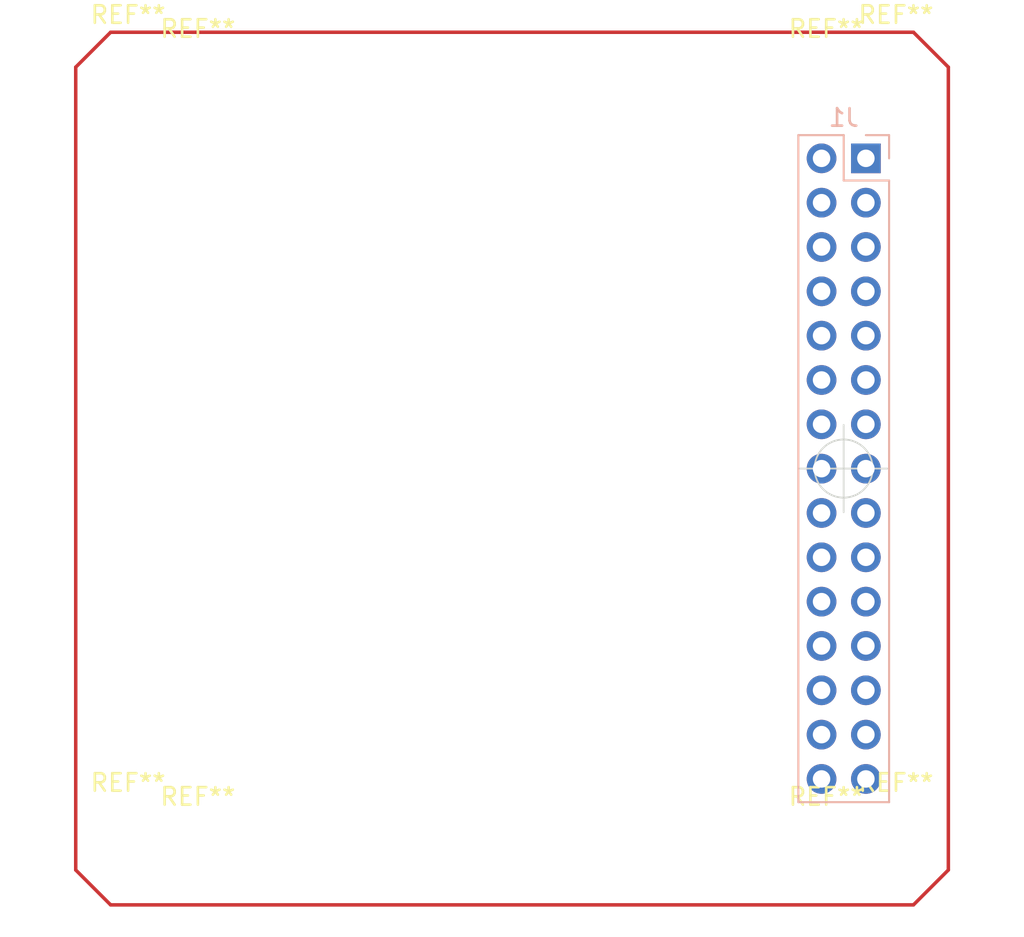
<source format=kicad_pcb>
(kicad_pcb (version 20221232) (generator pcbnew)
  (layers (0 "F.Cu" signal) (31 "B.Cu" signal) (34 "B.Paste" user) (35 "F.Paste" user) (36 "B.SilkS" user "B.Silkscreen") (37 "F.SilkS" user "F.Silkscreen") (38 "B.Mask" user) (39 "F.Mask" user) (44 "Edge.Cuts" user))
  (net 0 "")
  (net 1 "/GPIO35")
  (net 2 "GND")
  (net 3 "/GPIO36")
  (net 4 "/EN")
  (net 5 "/GPIO23")
  (net 6 "/GPIO25")
  (net 7 "/GPIO19")
  (net 8 "/GPIO26")
  (net 9 "/GPIO18")
  (net 10 "+3V3")
  (net 11 "/GPIO3")
  (net 12 "/GPIO1")
  (net 13 "/GPIO16")
  (net 14 "/GPIO17")
  (net 15 "/SDA")
  (net 16 "/SCL")
  (net 17 "/GPIO2")
  (net 18 "/GPIO5")
  (net 19 "/GPIO12")
  (net 20 "/GPIO13")
  (net 21 "/GPIO15")
  (net 22 "/GPIO0")
  (net 23 "+5V")
  (net 24 "/IN+")
  (net 25 "/GPIO34")
  (net 26 "/BAT")
  (footprint "MountingHole:MountingHole_3mm" (layer "F.Cu") (at 147 97)
    (fp_text reference "REF**" (at 0 -4) (layer "F.SilkS"))
    (fp_text value "MountingHole_3mm")
    (pad "" np_thru_hole circle (at 0 0) (size 3 3) (drill 3) (layers *.Cu *.Mask))
  )
  (footprint "MountingHole:MountingHole_3mm" (layer "F.Cu") (at 147 53)
    (fp_text reference "REF**" (at 0 -4) (layer "F.SilkS"))
    (fp_text value "MountingHole_3mm")
    (pad "" np_thru_hole circle (at 0 0) (size 3 3) (drill 3) (layers *.Cu *.Mask))
  )
  (footprint "MountingHole:MountingHole_2mm" (layer "F.Cu") (at 143 53)
    (fp_text reference "REF**" (at 0 -3.2) (layer "F.SilkS"))
    (fp_text value "MountingHole_2mm")
    (pad "" np_thru_hole circle (at 0 0) (size 2 2) (drill 2) (layers *.Cu *.Mask))
  )
  (footprint "MountingHole:MountingHole_3mm" (layer "F.Cu") (at 103 53)
    (fp_text reference "REF**" (at 0 -4) (layer "F.SilkS"))
    (fp_text value "MountingHole_3mm")
    (pad "" np_thru_hole circle (at 0 0) (size 3 3) (drill 3) (layers *.Cu *.Mask))
  )
  (footprint "MountingHole:MountingHole_2mm" (layer "F.Cu") (at 107 97)
    (fp_text reference "REF**" (at 0 -3.2) (layer "F.SilkS"))
    (fp_text value "MountingHole_2mm")
    (pad "" np_thru_hole circle (at 0 0) (size 2 2) (drill 2) (layers *.Cu *.Mask))
  )
  (footprint "MountingHole:MountingHole_2mm" (layer "F.Cu") (at 107 53)
    (fp_text reference "REF**" (at 0 -3.2) (layer "F.SilkS"))
    (fp_text value "MountingHole_2mm")
    (pad "" np_thru_hole circle (at 0 0) (size 2 2) (drill 2) (layers *.Cu *.Mask))
  )
  (footprint "MountingHole:MountingHole_3mm" (layer "F.Cu") (at 103 97)
    (fp_text reference "REF**" (at 0 -4) (layer "F.SilkS"))
    (fp_text value "MountingHole_3mm")
    (pad "" np_thru_hole circle (at 0 0) (size 3 3) (drill 3) (layers *.Cu *.Mask))
  )
  (footprint "MountingHole:MountingHole_2mm" (layer "F.Cu") (at 143 97)
    (fp_text reference "REF**" (at 0 -3.2) (layer "F.SilkS"))
    (fp_text value "MountingHole_2mm")
    (pad "" np_thru_hole circle (at 0 0) (size 2 2) (drill 2) (layers *.Cu *.Mask))
  )
  (footprint "Connector_PinHeader_2.54mm:PinHeader_2x15_P2.54mm_Vertical" (layer "B.Cu") (at 145.275 57.225 180)
    (fp_text reference "J1" (at 1.27 2.33) (layer "B.SilkS") (effects (justify mirror)))
    (fp_text value "Conn_02x15_Odd_Even")
    (fp_line (start -1.33 -36.89) (end 3.87 -36.89) (stroke (width 0.12)) (layer "B.SilkS"))
    (fp_line (start -1.33 -1.27) (end -1.33 -36.89) (stroke (width 0.12)) (layer "B.SilkS"))
    (fp_line (start -1.33 -1.27) (end 1.27 -1.27) (stroke (width 0.12)) (layer "B.SilkS"))
    (fp_line (start -1.33 0) (end -1.33 1.33) (stroke (width 0.12)) (layer "B.SilkS"))
    (fp_line (start -1.33 1.33) (end 0 1.33) (stroke (width 0.12)) (layer "B.SilkS"))
    (fp_line (start 1.27 -1.27) (end 1.27 1.33) (stroke (width 0.12)) (layer "B.SilkS"))
    (fp_line (start 1.27 1.33) (end 3.87 1.33) (stroke (width 0.12)) (layer "B.SilkS"))
    (fp_line (start 3.87 1.33) (end 3.87 -36.89) (stroke (width 0.12)) (layer "B.SilkS"))
    (pad "1" thru_hole rect (at 0 0 180) (size 1.7 1.7) (drill 1) (layers *.Cu *.Mask) (net 2 "GND"))
    (pad "2" thru_hole oval (at 2.54 0 180) (size 1.7 1.7) (drill 1) (layers *.Cu *.Mask) (net 1 "/GPIO35"))
    (pad "3" thru_hole oval (at 0 -2.54 180) (size 1.7 1.7) (drill 1) (layers *.Cu *.Mask) (net 2 "GND"))
    (pad "4" thru_hole oval (at 2.54 -2.54 180) (size 1.7 1.7) (drill 1) (layers *.Cu *.Mask) (net 3 "/GPIO36"))
    (pad "5" thru_hole oval (at 0 -5.08 180) (size 1.7 1.7) (drill 1) (layers *.Cu *.Mask) (net 2 "GND"))
    (pad "6" thru_hole oval (at 2.54 -5.08 180) (size 1.7 1.7) (drill 1) (layers *.Cu *.Mask) (net 4 "/EN"))
    (pad "7" thru_hole oval (at 0 -7.62 180) (size 1.7 1.7) (drill 1) (layers *.Cu *.Mask) (net 5 "/GPIO23"))
    (pad "8" thru_hole oval (at 2.54 -7.62 180) (size 1.7 1.7) (drill 1) (layers *.Cu *.Mask) (net 6 "/GPIO25"))
    (pad "9" thru_hole oval (at 0 -10.16 180) (size 1.7 1.7) (drill 1) (layers *.Cu *.Mask) (net 7 "/GPIO19"))
    (pad "10" thru_hole oval (at 2.54 -10.16 180) (size 1.7 1.7) (drill 1) (layers *.Cu *.Mask) (net 8 "/GPIO26"))
    (pad "11" thru_hole oval (at 0 -12.7 180) (size 1.7 1.7) (drill 1) (layers *.Cu *.Mask) (net 9 "/GPIO18"))
    (pad "12" thru_hole oval (at 2.54 -12.7 180) (size 1.7 1.7) (drill 1) (layers *.Cu *.Mask) (net 10 "+3V3"))
    (pad "13" thru_hole oval (at 0 -15.24 180) (size 1.7 1.7) (drill 1) (layers *.Cu *.Mask) (net 11 "/GPIO3"))
    (pad "14" thru_hole oval (at 2.54 -15.24 180) (size 1.7 1.7) (drill 1) (layers *.Cu *.Mask) (net 12 "/GPIO1"))
    (pad "15" thru_hole oval (at 0 -17.78 180) (size 1.7 1.7) (drill 1) (layers *.Cu *.Mask) (net 13 "/GPIO16"))
    (pad "16" thru_hole oval (at 2.54 -17.78 180) (size 1.7 1.7) (drill 1) (layers *.Cu *.Mask) (net 14 "/GPIO17"))
    (pad "17" thru_hole oval (at 0 -20.32 180) (size 1.7 1.7) (drill 1) (layers *.Cu *.Mask) (net 15 "/SDA"))
    (pad "18" thru_hole oval (at 2.54 -20.32 180) (size 1.7 1.7) (drill 1) (layers *.Cu *.Mask) (net 16 "/SCL"))
    (pad "19" thru_hole oval (at 0 -22.86 180) (size 1.7 1.7) (drill 1) (layers *.Cu *.Mask) (net 17 "/GPIO2"))
    (pad "20" thru_hole oval (at 2.54 -22.86 180) (size 1.7 1.7) (drill 1) (layers *.Cu *.Mask) (net 18 "/GPIO5"))
    (pad "21" thru_hole oval (at 0 -25.4 180) (size 1.7 1.7) (drill 1) (layers *.Cu *.Mask) (net 19 "/GPIO12"))
    (pad "22" thru_hole oval (at 2.54 -25.4 180) (size 1.7 1.7) (drill 1) (layers *.Cu *.Mask) (net 20 "/GPIO13"))
    (pad "23" thru_hole oval (at 0 -27.94 180) (size 1.7 1.7) (drill 1) (layers *.Cu *.Mask) (net 21 "/GPIO15"))
    (pad "24" thru_hole oval (at 2.54 -27.94 180) (size 1.7 1.7) (drill 1) (layers *.Cu *.Mask) (net 22 "/GPIO0"))
    (pad "25" thru_hole oval (at 0 -30.48 180) (size 1.7 1.7) (drill 1) (layers *.Cu *.Mask) (net 24 "/IN+"))
    (pad "26" thru_hole oval (at 2.54 -30.48 180) (size 1.7 1.7) (drill 1) (layers *.Cu *.Mask) (net 25 "/GPIO34"))
    (pad "27" thru_hole oval (at 0 -33.02 180) (size 1.7 1.7) (drill 1) (layers *.Cu *.Mask) (net 24 "/IN+"))
    (pad "28" thru_hole oval (at 2.54 -33.02 180) (size 1.7 1.7) (drill 1) (layers *.Cu *.Mask) (net 23 "+5V"))
    (pad "29" thru_hole oval (at 0 -35.56 180) (size 1.7 1.7) (drill 1) (layers *.Cu *.Mask) (net 24 "/IN+"))
    (pad "30" thru_hole oval (at 2.54 -35.56 180) (size 1.7 1.7) (drill 1) (layers *.Cu *.Mask) (net 26 "/BAT"))
  )
  (gr_line (start 148 50) (end 150 52) (stroke (width 0.2)) (layer "F.Cu"))
  (gr_line (start 102 50) (end 148 50) (stroke (width 0.2)) (layer "F.Cu"))
  (gr_line (start 150 98) (end 148 100) (stroke (width 0.2)) (layer "F.Cu"))
  (gr_line (start 148 100) (end 102 100) (stroke (width 0.2)) (layer "F.Cu"))
  (gr_line (start 102 50) (end 100 52) (stroke (width 0.2)) (layer "F.Cu"))
  (gr_line (start 100 98) (end 102 100) (stroke (width 0.2)) (layer "F.Cu"))
  (gr_line (start 100 98) (end 100 52) (stroke (width 0.2)) (layer "F.Cu"))
  (gr_line (start 150 52) (end 150 98) (stroke (width 0.2)) (layer "F.Cu"))
  (target plus (at 144 75) (size 5) (width 0.1) (layer "Edge.Cuts"))
)
</source>
